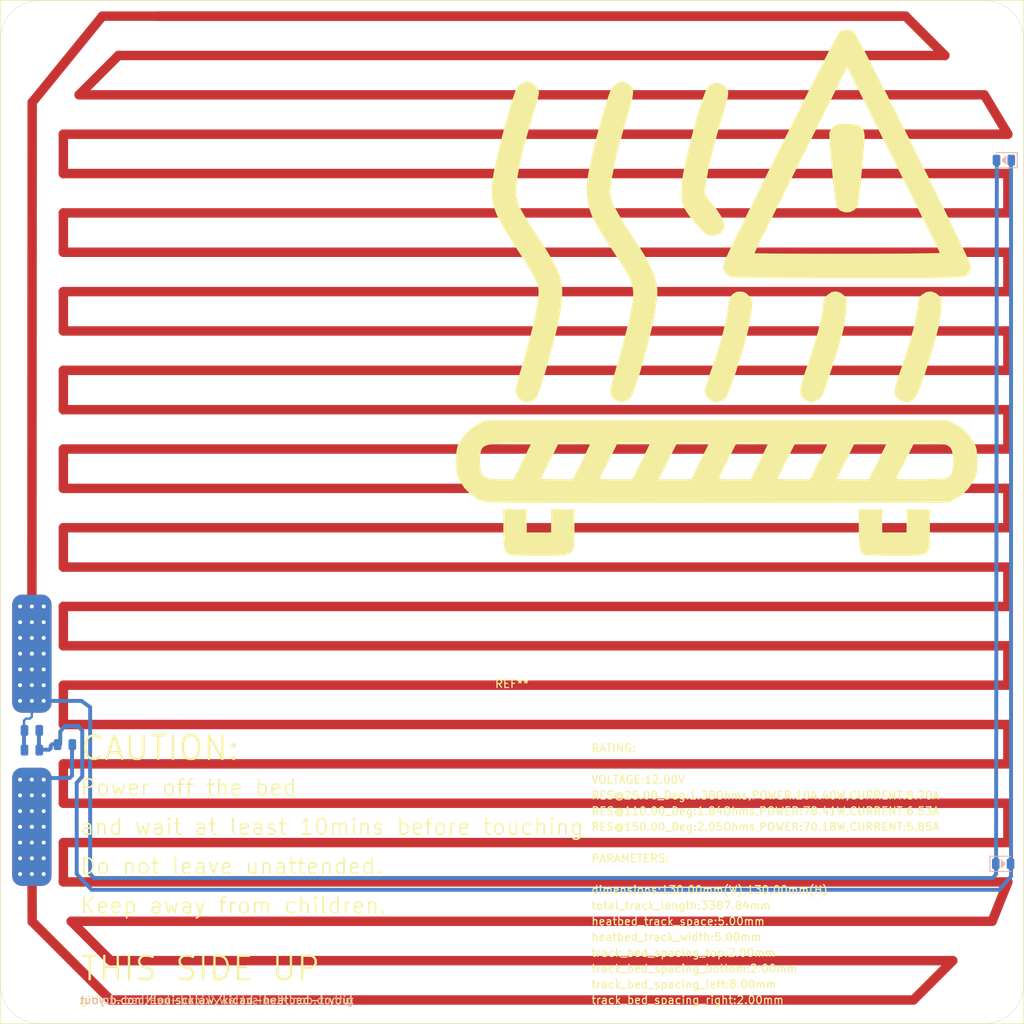
<source format=kicad_pcb>
(kicad_pcb (version 20171130) (host pcbnew 5.1.5-52549c5~86~ubuntu18.04.1)

  (general
    (thickness 1.6)
    (drawings 8)
    (tracks 0)
    (zones 0)
    (modules 2)
    (nets 1)
  )

  (page A4)
  (layers
    (0 F.Cu signal)
    (31 B.Cu signal)
    (32 B.Adhes user)
    (33 F.Adhes user)
    (34 B.Paste user)
    (35 F.Paste user)
    (36 B.SilkS user)
    (37 F.SilkS user)
    (38 B.Mask user)
    (39 F.Mask user)
    (40 Dwgs.User user)
    (41 Cmts.User user)
    (42 Eco1.User user)
    (43 Eco2.User user)
    (44 Edge.Cuts user)
    (45 Margin user)
    (46 B.CrtYd user)
    (47 F.CrtYd user)
    (48 B.Fab user)
    (49 F.Fab user)
  )

  (setup
    (last_trace_width 0.25)
    (trace_clearance 0.2)
    (zone_clearance 0.508)
    (zone_45_only no)
    (trace_min 0.2)
    (via_size 0.8)
    (via_drill 0.4)
    (via_min_size 0.4)
    (via_min_drill 0.3)
    (uvia_size 0.3)
    (uvia_drill 0.1)
    (uvias_allowed no)
    (uvia_min_size 0.2)
    (uvia_min_drill 0.1)
    (edge_width 0.05)
    (segment_width 0.2)
    (pcb_text_width 0.3)
    (pcb_text_size 1.5 1.5)
    (mod_edge_width 0.12)
    (mod_text_size 1 1)
    (mod_text_width 0.15)
    (pad_size 1.524 1.524)
    (pad_drill 0.762)
    (pad_to_mask_clearance 0.051)
    (solder_mask_min_width 0.25)
    (aux_axis_origin 0 0)
    (visible_elements FFFFFF7F)
    (pcbplotparams
      (layerselection 0x010fc_ffffffff)
      (usegerberextensions false)
      (usegerberattributes false)
      (usegerberadvancedattributes false)
      (creategerberjobfile false)
      (excludeedgelayer true)
      (linewidth 1.000000)
      (plotframeref false)
      (viasonmask false)
      (mode 1)
      (useauxorigin false)
      (hpglpennumber 1)
      (hpglpenspeed 20)
      (hpglpendiameter 15.000000)
      (psnegative false)
      (psa4output false)
      (plotreference true)
      (plotvalue true)
      (plotinvisibletext false)
      (padsonsilk false)
      (subtractmaskfromsilk false)
      (outputformat 1)
      (mirror false)
      (drillshape 1)
      (scaleselection 1)
      (outputdirectory ""))
  )

  (net 0 "")

  (net_class Default "This is the default net class."
    (clearance 0.2)
    (trace_width 0.25)
    (via_dia 0.8)
    (via_drill 0.4)
    (uvia_dia 0.3)
    (uvia_drill 0.1)
  )

  (module footprint-lib:130_130_heatbed-route (layer F.Cu) (tedit 5EB4FE57) (tstamp 5EBCDDC2)
    (at 81 81)
    (fp_text reference REF** (at 0 21.844) (layer F.SilkS)
      (effects (font (size 1 1) (thickness 0.15)))
    )
    (fp_text value 130_130_heatbed-route (at 0 19.304) (layer F.Fab)
      (effects (font (size 1 1) (thickness 0.15)))
    )
    (fp_text user github.com/louiscklaw/kicad-heatbed-tryout (at -55 62) (layer F.SilkS)
      (effects (font (size 1 1) (thickness 0.15)) (justify left))
    )
    (fp_text user github.com/louiscklaw/kicad-heatbed-tryout (at -55 62) (layer B.SilkS)
      (effects (font (size 1 1) (thickness 0.15)) (justify right mirror))
    )
    (fp_text user "Keep away from children." (at -55 50) (layer F.SilkS)
      (effects (font (size 2 2) (thickness 0.2)) (justify left))
    )
    (fp_text user "Do not leave unattended." (at -55 45) (layer F.SilkS)
      (effects (font (size 2 2) (thickness 0.2)) (justify left))
    )
    (fp_text user "and wait at least 10mins before touching" (at -55 40) (layer F.SilkS)
      (effects (font (size 2 2) (thickness 0.2)) (justify left))
    )
    (fp_text user "Power off the bed" (at -55 35) (layer F.SilkS)
      (effects (font (size 2 2) (thickness 0.2)) (justify left))
    )
    (fp_text user CAUTION: (at -55 30) (layer F.SilkS)
      (effects (font (size 3 3) (thickness 0.3)) (justify left))
    )
    (fp_line (start -53.4 48) (end -55.3 46) (layer B.Cu) (width 0.5))
    (fp_line (start 61.9 48) (end -53.4 48) (layer B.Cu) (width 0.5))
    (fp_line (start 63.4 46.3) (end 61.9 48) (layer B.Cu) (width 0.5))
    (fp_line (start 63.4 44.7) (end 63.4 46.3) (layer B.Cu) (width 0.5))
    (fp_line (start -57.4 27.9) (end -57.4 29.5) (layer B.Cu) (width 0.5))
    (fp_line (start -56.8 27.2) (end -57.4 27.9) (layer B.Cu) (width 0.5))
    (fp_line (start -55.1 27.2) (end -56.8 27.2) (layer B.Cu) (width 0.5))
    (fp_line (start -54.6 27.8) (end -55.1 27.2) (layer B.Cu) (width 0.5))
    (fp_line (start -54.6 33.6) (end -54.6 27.8) (layer B.Cu) (width 0.5))
    (fp_line (start -55.3 34.4) (end -54.6 33.6) (layer B.Cu) (width 0.5))
    (fp_line (start -55.3 46) (end -55.3 34.4) (layer B.Cu) (width 0.5))
    (fp_line (start -54.7 24) (end -59.5 24) (layer B.Cu) (width 0.5))
    (fp_line (start -53.6 24.8) (end -54.7 24) (layer B.Cu) (width 0.5))
    (fp_line (start -53.6 46) (end -53.6 24.8) (layer B.Cu) (width 0.5))
    (fp_line (start -53.1 46.5) (end -53.6 46) (layer B.Cu) (width 0.5))
    (fp_line (start 61.1 46.5) (end -53.1 46.5) (layer B.Cu) (width 0.5))
    (fp_line (start 61.5 46) (end 61.1 46.5) (layer B.Cu) (width 0.5))
    (fp_line (start 61.5 44.7) (end 61.5 46) (layer B.Cu) (width 0.5))
    (fp_line (start 63.4 44.7) (end 63.4 -44.7) (layer B.Cu) (width 0.5))
    (fp_line (start 61.5 44.7) (end 61.6 -44.7) (layer B.Cu) (width 0.5))
    (fp_line (start 62.4 44.7) (end 62.3 44.6) (layer B.SilkS) (width 0.12))
    (fp_line (start 62.3 44.8) (end 62.4 44.7) (layer B.SilkS) (width 0.12))
    (fp_line (start 62.3 44.4) (end 62.3 44.8) (layer B.SilkS) (width 0.12))
    (fp_line (start 62.5 44.7) (end 62.3 44.4) (layer B.SilkS) (width 0.12))
    (fp_line (start 62.2 45) (end 62.5 44.7) (layer B.SilkS) (width 0.12))
    (fp_line (start 62.2 44.4) (end 62.2 45) (layer B.SilkS) (width 0.12))
    (fp_line (start 62.15 44.2) (end 62.2 44.4) (layer B.SilkS) (width 0.12))
    (fp_line (start 62.65 44.7) (end 62.15 44.2) (layer B.SilkS) (width 0.12))
    (fp_line (start 62.15 45.2) (end 62.65 44.7) (layer B.SilkS) (width 0.12))
    (fp_line (start 62.15 44.2) (end 62.15 45.2) (layer B.SilkS) (width 0.12))
    (fp_line (start 60.715 43.74) (end 60.715 45.66) (layer B.SilkS) (width 0.12))
    (fp_line (start 63.4 44.1) (end 61.7 44.1) (layer B.Fab) (width 0.1))
    (fp_line (start 61.7 44.1) (end 61.4 44.4) (layer B.Fab) (width 0.1))
    (fp_line (start 63.4 45.3) (end 63.4 44.1) (layer B.Fab) (width 0.1))
    (fp_line (start 61.4 45.3) (end 63.4 45.3) (layer B.Fab) (width 0.1))
    (fp_line (start 64.08 45.65) (end 60.72 45.65) (layer F.CrtYd) (width 0.05))
    (fp_line (start 64.08 43.75) (end 64.08 45.65) (layer F.CrtYd) (width 0.05))
    (fp_line (start 61.4 44.4) (end 61.4 45.3) (layer B.Fab) (width 0.1))
    (fp_line (start 60.715 45.66) (end 63.4 45.66) (layer B.SilkS) (width 0.12))
    (fp_text user %R (at 62.4 44.7) (layer B.Fab)
      (effects (font (size 0.5 0.5) (thickness 0.08)))
    )
    (fp_line (start 60.72 43.75) (end 64.08 43.75) (layer F.CrtYd) (width 0.05))
    (fp_line (start 60.72 45.65) (end 60.72 43.75) (layer F.CrtYd) (width 0.05))
    (fp_line (start 63.4 43.74) (end 60.715 43.74) (layer B.SilkS) (width 0.12))
    (fp_line (start 61.5 -43.74) (end 64.185 -43.74) (layer B.SilkS) (width 0.12))
    (fp_line (start 64.18 -45.65) (end 64.18 -43.75) (layer F.CrtYd) (width 0.05))
    (fp_line (start 64.18 -43.75) (end 60.82 -43.75) (layer F.CrtYd) (width 0.05))
    (fp_line (start 62.5 -44.7) (end 62.6 -44.6) (layer B.SilkS) (width 0.12))
    (fp_line (start 64.185 -45.66) (end 61.5 -45.66) (layer B.SilkS) (width 0.12))
    (fp_line (start 63.5 -44.4) (end 63.5 -45.3) (layer B.Fab) (width 0.1))
    (fp_line (start 60.82 -43.75) (end 60.82 -45.65) (layer F.CrtYd) (width 0.05))
    (fp_line (start 60.82 -45.65) (end 64.18 -45.65) (layer F.CrtYd) (width 0.05))
    (fp_line (start 63.5 -45.3) (end 61.5 -45.3) (layer B.Fab) (width 0.1))
    (fp_line (start 61.5 -45.3) (end 61.5 -44.1) (layer B.Fab) (width 0.1))
    (fp_line (start 63.2 -44.1) (end 63.5 -44.4) (layer B.Fab) (width 0.1))
    (fp_line (start 61.5 -44.1) (end 63.2 -44.1) (layer B.Fab) (width 0.1))
    (fp_line (start 64.185 -43.74) (end 64.185 -45.66) (layer B.SilkS) (width 0.12))
    (fp_line (start 62.75 -44.2) (end 62.75 -45.2) (layer B.SilkS) (width 0.12))
    (fp_line (start 62.75 -45.2) (end 62.25 -44.7) (layer B.SilkS) (width 0.12))
    (fp_line (start 62.25 -44.7) (end 62.75 -44.2) (layer B.SilkS) (width 0.12))
    (fp_line (start 62.75 -44.2) (end 62.7 -44.4) (layer B.SilkS) (width 0.12))
    (fp_line (start 62.7 -44.4) (end 62.7 -45) (layer B.SilkS) (width 0.12))
    (fp_line (start 62.7 -45) (end 62.4 -44.7) (layer B.SilkS) (width 0.12))
    (fp_line (start 62.4 -44.7) (end 62.6 -44.4) (layer B.SilkS) (width 0.12))
    (fp_line (start 62.6 -44.4) (end 62.6 -44.8) (layer B.SilkS) (width 0.12))
    (fp_line (start 62.6 -44.8) (end 62.5 -44.7) (layer B.SilkS) (width 0.12))
    (fp_text user %R (at 62.5 -44.7 180) (layer B.Fab)
      (effects (font (size 0.5 0.5) (thickness 0.08)))
    )
    (fp_line (start -56.2 33.8) (end -59.5 33.8) (layer B.Cu) (width 0.5))
    (fp_line (start -55.9 33.5) (end -56.2 33.8) (layer B.Cu) (width 0.5))
    (fp_line (start -55.9 29.5) (end -55.9 33.5) (layer B.Cu) (width 0.5))
    (fp_line (start -58.4 29.5) (end -57.8 29.5) (layer B.Cu) (width 0.5))
    (fp_line (start -58.6 29.7) (end -58.4 29.5) (layer B.Cu) (width 0.5))
    (fp_line (start -58.6 30) (end -58.6 29.7) (layer B.Cu) (width 0.5))
    (fp_line (start -58.8 30.2) (end -58.6 30) (layer B.Cu) (width 0.5))
    (fp_line (start -60.1 30.2) (end -58.8 30.2) (layer B.Cu) (width 0.5))
    (fp_line (start -60.1 27.7) (end -60.1 30.2) (layer B.Cu) (width 0.5))
    (fp_line (start -62 27.7) (end -62 30.3) (layer B.Cu) (width 0.5))
    (fp_line (start -61 26) (end -61 25) (layer B.Cu) (width 0.3))
    (fp_line (start -61.25 26.25) (end -61 26) (layer B.Cu) (width 0.3))
    (fp_line (start -61.75 26.25) (end -61.25 26.25) (layer B.Cu) (width 0.3))
    (fp_line (start -62 26.5) (end -61.75 26.25) (layer B.Cu) (width 0.3))
    (fp_line (start -62 27.75) (end -62 26.5) (layer B.Cu) (width 0.3))
    (fp_text user "THIS SIDE UP" (at -55 58) (layer F.SilkS)
      (effects (font (size 3 3) (thickness 0.3)) (justify left))
    )
    (fp_line (start -57 63) (end 63 63) (layer Dwgs.User) (width 1))
    (fp_line (start 63 -63) (end 63 63) (layer Dwgs.User) (width 1))
    (fp_line (start -57 -63) (end -57 63) (layer Dwgs.User) (width 1))
    (fp_line (start -57 -63) (end 63 -63) (layer Dwgs.User) (width 1))
    (fp_text user track_bed_spacing_right:2.00mm (at 10 62) (layer F.SilkS)
      (effects (font (size 1 1) (thickness 0.15)) (justify left))
    )
    (fp_text user track_bed_spacing_left:8.00mm (at 10 60) (layer F.SilkS)
      (effects (font (size 1 1) (thickness 0.15)) (justify left))
    )
    (fp_text user track_bed_spacing_bottom:2.00mm (at 10 58) (layer F.SilkS)
      (effects (font (size 1 1) (thickness 0.15)) (justify left))
    )
    (fp_text user track_bed_spacing_top:2.00mm (at 10 56) (layer F.SilkS)
      (effects (font (size 1 1) (thickness 0.15)) (justify left))
    )
    (fp_text user heatbed_track_width:5.00mm (at 10 54) (layer F.SilkS)
      (effects (font (size 1 1) (thickness 0.15)) (justify left))
    )
    (fp_text user heatbed_track_space:5.00mm (at 10 52) (layer F.SilkS)
      (effects (font (size 1 1) (thickness 0.15)) (justify left))
    )
    (fp_text user total_track_length:3387.84mm (at 10 50) (layer F.SilkS)
      (effects (font (size 1 1) (thickness 0.15)) (justify left))
    )
    (fp_text user "dimensions:130.00mm(W),130.00mm(H)" (at 10 48) (layer F.SilkS)
      (effects (font (size 1 1) (thickness 0.15)) (justify left))
    )
    (fp_text user "" (at 10 46) (layer F.SilkS)
      (effects (font (size 1 1) (thickness 0.15)) (justify left))
    )
    (fp_text user PARAMETERS: (at 10 44) (layer F.SilkS)
      (effects (font (size 1 1) (thickness 0.15)) (justify left))
    )
    (fp_text user "" (at 10 42) (layer F.SilkS)
      (effects (font (size 1 1) (thickness 0.15)) (justify left))
    )
    (fp_text user RES@150.00_Deg:2.05Ohms,POWER:70.18W,CURRENT:5.85A (at 10 40) (layer F.SilkS)
      (effects (font (size 1 1) (thickness 0.15)) (justify left))
    )
    (fp_text user RES@110.00_Deg:1.84Ohms,POWER:78.41W,CURRENT:6.53A (at 10 38) (layer F.SilkS)
      (effects (font (size 1 1) (thickness 0.15)) (justify left))
    )
    (fp_text user RES@25.00_Deg:1.38Ohms,POWER:104.40W,CURRENT:8.70A (at 10 36) (layer F.SilkS)
      (effects (font (size 1 1) (thickness 0.15)) (justify left))
    )
    (fp_text user VOLTAGE:12.00V (at 10 34) (layer F.SilkS)
      (effects (font (size 1 1) (thickness 0.15)) (justify left))
    )
    (fp_text user "" (at 10 32) (layer F.SilkS)
      (effects (font (size 1 1) (thickness 0.15)) (justify left))
    )
    (fp_text user RATING: (at 10 30) (layer F.SilkS)
      (effects (font (size 1 1) (thickness 0.15)) (justify left))
    )
    (fp_circle (center 60 60) (end 58 60) (layer B.Mask) (width 2))
    (fp_circle (center 60 60) (end 58 60) (layer F.Mask) (width 2))
    (fp_circle (center -60 60) (end -62 60) (layer B.Mask) (width 2))
    (fp_circle (center -60 60) (end -62 60) (layer F.Mask) (width 2))
    (fp_circle (center 60 -60) (end 58 -60) (layer B.Mask) (width 2))
    (fp_circle (center 60 -60) (end 58 -60) (layer F.Mask) (width 2))
    (fp_circle (center -60 -60) (end -62 -60) (layer B.Mask) (width 2))
    (fp_circle (center -60 -60) (end -62 -60) (layer F.Mask) (width 2))
    (fp_line (start -65 65) (end -65 -65) (layer F.SilkS) (width 0.1))
    (fp_line (start 65 65) (end -65 65) (layer F.SilkS) (width 0.1))
    (fp_line (start 65 -65) (end 65 65) (layer F.SilkS) (width 0.1))
    (fp_line (start -65 -65) (end 65 -65) (layer F.SilkS) (width 0.1))
    (fp_line (start -60.96 52.04) (end -61 40) (layer F.Cu) (width 1.2))
    (fp_line (start -51 62) (end -60.96 52.04) (layer F.Cu) (width 1.2))
    (fp_line (start -46 62) (end -51 62) (layer F.Cu) (width 1.2))
    (fp_line (start -46 62) (end 51 62) (layer F.Cu) (width 1.2))
    (fp_line (start -51 57) (end 56 57) (layer F.Cu) (width 1.2))
    (fp_line (start -56 52) (end 61 52) (layer F.Cu) (width 1.2))
    (fp_line (start -57 47) (end 63 47) (layer F.Cu) (width 1.2))
    (fp_line (start -57 42) (end 63 42) (layer F.Cu) (width 1.2))
    (fp_line (start -57 37) (end 63 37) (layer F.Cu) (width 1.2))
    (fp_line (start -57 32) (end 63 32) (layer F.Cu) (width 1.2))
    (fp_line (start -57 27) (end 63 27) (layer F.Cu) (width 1.2))
    (fp_line (start -57 22) (end 63 22) (layer F.Cu) (width 1.2))
    (fp_line (start -57 17) (end 63 17) (layer F.Cu) (width 1.2))
    (fp_line (start -57 12) (end 63 12) (layer F.Cu) (width 1.2))
    (fp_line (start -57 7) (end 63 7) (layer F.Cu) (width 1.2))
    (fp_line (start -57 2) (end 63 2) (layer F.Cu) (width 1.2))
    (fp_line (start -57 -3) (end 63 -3) (layer F.Cu) (width 1.2))
    (fp_line (start -57 -8) (end 63 -8) (layer F.Cu) (width 1.2))
    (fp_line (start -57 -13) (end 63 -13) (layer F.Cu) (width 1.2))
    (fp_line (start -57 -18) (end 63 -18) (layer F.Cu) (width 1.2))
    (fp_line (start -57 -23) (end 63 -23) (layer F.Cu) (width 1.2))
    (fp_line (start -57 -28) (end 63 -28) (layer F.Cu) (width 1.2))
    (fp_line (start -57 -33) (end 63 -33) (layer F.Cu) (width 1.2))
    (fp_line (start -57 -38) (end 63 -38) (layer F.Cu) (width 1.2))
    (fp_line (start -57 -43) (end 63 -43) (layer F.Cu) (width 1.2))
    (fp_line (start -57 -48) (end 63 -48) (layer F.Cu) (width 1.2))
    (fp_line (start -55 -53) (end 60 -53) (layer F.Cu) (width 1.2))
    (fp_line (start -50 -58) (end 55 -58) (layer F.Cu) (width 1.2))
    (fp_line (start -45 -63) (end 50 -63) (layer F.Cu) (width 1.2))
    (fp_line (start 56 57) (end 51 62) (layer F.Cu) (width 1.2))
    (fp_line (start -56 52) (end -51 57) (layer F.Cu) (width 1.2))
    (fp_line (start 63 47) (end 61 52) (layer F.Cu) (width 1.2))
    (fp_line (start -57 42) (end -57 47) (layer F.Cu) (width 1.2))
    (fp_line (start 63 37) (end 63 42) (layer F.Cu) (width 1.2))
    (fp_line (start -57 32) (end -57 37) (layer F.Cu) (width 1.2))
    (fp_line (start 63 27) (end 63 32) (layer F.Cu) (width 1.2))
    (fp_line (start -57 22) (end -57 27) (layer F.Cu) (width 1.2))
    (fp_line (start 63 17) (end 63 22) (layer F.Cu) (width 1.2))
    (fp_line (start -57 12) (end -57 17) (layer F.Cu) (width 1.2))
    (fp_line (start 63 7) (end 63 12) (layer F.Cu) (width 1.2))
    (fp_line (start -57 2) (end -57 7) (layer F.Cu) (width 1.2))
    (fp_line (start 63 -3) (end 63 2) (layer F.Cu) (width 1.2))
    (fp_line (start -57 -8) (end -57 -3) (layer F.Cu) (width 1.2))
    (fp_line (start 63 -13) (end 63 -8) (layer F.Cu) (width 1.2))
    (fp_line (start -57 -18) (end -57 -13) (layer F.Cu) (width 1.2))
    (fp_line (start 63 -23) (end 63 -18) (layer F.Cu) (width 1.2))
    (fp_line (start -57 -28) (end -57 -23) (layer F.Cu) (width 1.2))
    (fp_line (start 63 -33) (end 63 -28) (layer F.Cu) (width 1.2))
    (fp_line (start -57 -38) (end -57 -33) (layer F.Cu) (width 1.2))
    (fp_line (start 63 -43) (end 63 -38) (layer F.Cu) (width 1.2))
    (fp_line (start -57 -48) (end -57 -43) (layer F.Cu) (width 1.2))
    (fp_line (start 60 -53) (end 63 -48) (layer F.Cu) (width 1.2))
    (fp_line (start -50 -58) (end -55 -53) (layer F.Cu) (width 1.2))
    (fp_line (start 50 -63) (end 55 -58) (layer F.Cu) (width 1.2))
    (fp_line (start -52.04 -63) (end 50 -63) (layer F.Cu) (width 1.2))
    (fp_line (start -60.96 -52.04) (end -52.04 -63) (layer F.Cu) (width 1.2))
    (fp_line (start -61 18) (end -60.96 -52.04) (layer F.Cu) (width 1.2))
    (pad 1 smd roundrect (at 63.43 -44.7 180) (size 0.975 1.4) (layers B.Cu B.Paste B.Mask) (roundrect_rratio 0.25))
    (pad 2 smd roundrect (at 61.555 -44.7 180) (size 0.975 1.4) (layers B.Cu B.Paste B.Mask) (roundrect_rratio 0.25))
    (pad 2 smd roundrect (at 63.3375 44.7) (size 0.975 1.4) (layers B.Cu B.Paste B.Mask) (roundrect_rratio 0.25))
    (pad 1 smd roundrect (at 61.4625 44.7) (size 0.975 1.4) (layers B.Cu B.Paste B.Mask) (roundrect_rratio 0.25))
    (pad R1 smd roundrect (at -60.0625 30.25 180) (size 0.975 1.4) (layers B.Cu B.Mask) (roundrect_rratio 0.25))
    (pad 1 smd roundrect (at -61.9375 30.25 180) (size 0.975 1.4) (layers B.Cu B.Mask) (roundrect_rratio 0.25))
    (pad 2 smd roundrect (at -55.8625 29.55 180) (size 0.975 1.4) (layers B.Cu B.Mask) (roundrect_rratio 0.25))
    (pad R1 smd roundrect (at -57.7375 29.55 180) (size 0.975 1.4) (layers B.Cu B.Mask) (roundrect_rratio 0.25))
    (pad R1 smd roundrect (at -60.0625 27.75) (size 0.975 1.4) (layers B.Cu B.Mask) (roundrect_rratio 0.25))
    (pad 1 smd roundrect (at -61.9375 27.75) (size 0.975 1.4) (layers B.Cu B.Mask) (roundrect_rratio 0.25))
    (pad 2 thru_hole circle (at -59.5 46) (size 1.5 1.5) (drill 0.5) (layers *.Cu B.Paste B.Mask))
    (pad 2 thru_hole circle (at -59.5 44) (size 1.5 1.5) (drill 0.5) (layers *.Cu B.Paste B.Mask))
    (pad 2 thru_hole circle (at -59.5 42) (size 1.5 1.5) (drill 0.5) (layers *.Cu B.Paste B.Mask))
    (pad 2 thru_hole circle (at -59.5 40) (size 1.5 1.5) (drill 0.5) (layers *.Cu B.Paste B.Mask))
    (pad 2 thru_hole circle (at -59.5 38) (size 1.5 1.5) (drill 0.5) (layers *.Cu B.Paste B.Mask))
    (pad 2 thru_hole circle (at -59.5 36) (size 1.5 1.5) (drill 0.5) (layers *.Cu B.Paste B.Mask))
    (pad 2 thru_hole circle (at -59.5 34) (size 1.5 1.5) (drill 0.5) (layers *.Cu B.Paste B.Mask))
    (pad 2 thru_hole circle (at -61 46) (size 1.5 1.5) (drill 0.5) (layers *.Cu B.Paste B.Mask))
    (pad 2 thru_hole circle (at -61 44) (size 1.5 1.5) (drill 0.5) (layers *.Cu B.Paste B.Mask))
    (pad 2 thru_hole circle (at -61 42) (size 1.5 1.5) (drill 0.5) (layers *.Cu B.Paste B.Mask))
    (pad 2 thru_hole circle (at -61 40) (size 1.5 1.5) (drill 0.5) (layers *.Cu B.Paste B.Mask))
    (pad 2 thru_hole circle (at -61 38) (size 1.5 1.5) (drill 0.5) (layers *.Cu B.Paste B.Mask))
    (pad 2 thru_hole circle (at -61 36) (size 1.5 1.5) (drill 0.5) (layers *.Cu B.Paste B.Mask))
    (pad 2 thru_hole circle (at -61 34) (size 1.5 1.5) (drill 0.5) (layers *.Cu B.Paste B.Mask))
    (pad 2 thru_hole circle (at -62.5 46) (size 1.5 1.5) (drill 0.5) (layers *.Cu B.Paste B.Mask))
    (pad 2 thru_hole circle (at -62.5 44) (size 1.5 1.5) (drill 0.5) (layers *.Cu B.Paste B.Mask))
    (pad 2 thru_hole circle (at -62.5 42) (size 1.5 1.5) (drill 0.5) (layers *.Cu B.Paste B.Mask))
    (pad 2 thru_hole circle (at -62.5 40) (size 1.5 1.5) (drill 0.5) (layers *.Cu B.Paste B.Mask))
    (pad 2 thru_hole circle (at -62.5 38) (size 1.5 1.5) (drill 0.5) (layers *.Cu B.Paste B.Mask))
    (pad 2 thru_hole circle (at -62.5 36) (size 1.5 1.5) (drill 0.5) (layers *.Cu B.Paste B.Mask))
    (pad 2 thru_hole circle (at -62.5 34) (size 1.5 1.5) (drill 0.5) (layers *.Cu B.Paste B.Mask))
    (pad 2 thru_hole roundrect (at -61 40) (size 5 15) (drill 0.5) (layers *.Cu B.Paste B.Mask) (roundrect_rratio 0.25))
    (pad 1 thru_hole circle (at -59.5 24) (size 1.5 1.5) (drill 0.5) (layers *.Cu B.Paste B.Mask))
    (pad 1 thru_hole circle (at -59.5 22) (size 1.5 1.5) (drill 0.5) (layers *.Cu B.Paste B.Mask))
    (pad 1 thru_hole circle (at -59.5 20) (size 1.5 1.5) (drill 0.5) (layers *.Cu B.Paste B.Mask))
    (pad 1 thru_hole circle (at -59.5 18) (size 1.5 1.5) (drill 0.5) (layers *.Cu B.Paste B.Mask))
    (pad 1 thru_hole circle (at -59.5 16) (size 1.5 1.5) (drill 0.5) (layers *.Cu B.Paste B.Mask))
    (pad 1 thru_hole circle (at -59.5 14) (size 1.5 1.5) (drill 0.5) (layers *.Cu B.Paste B.Mask))
    (pad 1 thru_hole circle (at -59.5 12) (size 1.5 1.5) (drill 0.5) (layers *.Cu B.Paste B.Mask))
    (pad 1 thru_hole circle (at -61 24) (size 1.5 1.5) (drill 0.5) (layers *.Cu B.Paste B.Mask))
    (pad 1 thru_hole circle (at -61 22) (size 1.5 1.5) (drill 0.5) (layers *.Cu B.Paste B.Mask))
    (pad 1 thru_hole circle (at -61 20) (size 1.5 1.5) (drill 0.5) (layers *.Cu B.Paste B.Mask))
    (pad 1 thru_hole circle (at -61 18) (size 1.5 1.5) (drill 0.5) (layers *.Cu B.Paste B.Mask))
    (pad 1 thru_hole circle (at -61 16) (size 1.5 1.5) (drill 0.5) (layers *.Cu B.Paste B.Mask))
    (pad 1 thru_hole circle (at -61 14) (size 1.5 1.5) (drill 0.5) (layers *.Cu B.Paste B.Mask))
    (pad 1 thru_hole circle (at -61 12) (size 1.5 1.5) (drill 0.5) (layers *.Cu B.Paste B.Mask))
    (pad 1 thru_hole circle (at -62.5 24) (size 1.5 1.5) (drill 0.5) (layers *.Cu B.Paste B.Mask))
    (pad 1 thru_hole circle (at -62.5 22) (size 1.5 1.5) (drill 0.5) (layers *.Cu B.Paste B.Mask))
    (pad 1 thru_hole circle (at -62.5 20) (size 1.5 1.5) (drill 0.5) (layers *.Cu B.Paste B.Mask))
    (pad 1 thru_hole circle (at -62.5 18) (size 1.5 1.5) (drill 0.5) (layers *.Cu B.Paste B.Mask))
    (pad 1 thru_hole circle (at -62.5 16) (size 1.5 1.5) (drill 0.5) (layers *.Cu B.Paste B.Mask))
    (pad 1 thru_hole circle (at -62.5 14) (size 1.5 1.5) (drill 0.5) (layers *.Cu B.Paste B.Mask))
    (pad 1 thru_hole circle (at -62.5 12) (size 1.5 1.5) (drill 0.5) (layers *.Cu B.Paste B.Mask))
    (pad 1 thru_hole roundrect (at -61 18) (size 5 15) (drill 0.5) (layers *.Cu B.Paste B.Mask) (roundrect_rratio 0.25))
    (pad "" np_thru_hole circle (at 60 60) (size 3 3) (drill 3) (layers *.Cu *.Mask))
    (pad "" np_thru_hole circle (at -60 60) (size 3 3) (drill 3) (layers *.Cu *.Mask))
    (pad "" np_thru_hole circle (at 60 -60) (size 3 3) (drill 3) (layers *.Cu *.Mask))
    (pad "" np_thru_hole circle (at -60 -60) (size 3 3) (drill 3) (layers *.Cu *.Mask))
  )

  (module heatbed:hot_surcace_icon (layer F.Cu) (tedit 0) (tstamp 5EBC6944)
    (at 107 52)
    (fp_text reference G*** (at 0 0) (layer F.SilkS) hide
      (effects (font (size 1.524 1.524) (thickness 0.3)))
    )
    (fp_text value LOGO (at 0.75 0) (layer F.SilkS) hide
      (effects (font (size 1.524 1.524) (thickness 0.3)))
    )
    (fp_poly (pts (xy 17.349453 -20.275019) (xy 18.000545 -20.127049) (xy 18.439077 -19.856551) (xy 18.693567 -19.443984)
      (xy 18.792539 -18.869809) (xy 18.796285 -18.71753) (xy 18.783513 -18.345453) (xy 18.745809 -17.765769)
      (xy 18.687418 -17.021082) (xy 18.612589 -16.153998) (xy 18.525568 -15.207121) (xy 18.430601 -14.223057)
      (xy 18.331935 -13.24441) (xy 18.233818 -12.313785) (xy 18.140496 -11.473788) (xy 18.056215 -10.767022)
      (xy 17.985223 -10.236093) (xy 17.931765 -9.923607) (xy 17.913794 -9.864106) (xy 17.513229 -9.388892)
      (xy 16.970224 -9.116066) (xy 16.358685 -9.066789) (xy 15.772714 -9.251075) (xy 15.438269 -9.501398)
      (xy 15.227729 -9.759596) (xy 15.173113 -9.976945) (xy 15.101466 -10.43357) (xy 15.016771 -11.087308)
      (xy 14.923012 -11.895997) (xy 14.824175 -12.817474) (xy 14.724244 -13.809576) (xy 14.627202 -14.830141)
      (xy 14.537033 -15.837006) (xy 14.457723 -16.788008) (xy 14.393256 -17.640985) (xy 14.347615 -18.353774)
      (xy 14.324785 -18.884213) (xy 14.328751 -19.190138) (xy 14.333499 -19.222574) (xy 14.494863 -19.568657)
      (xy 14.785935 -19.917383) (xy 14.837868 -19.963408) (xy 15.077561 -20.140815) (xy 15.330049 -20.247557)
      (xy 15.674694 -20.30111) (xy 16.190858 -20.318949) (xy 16.457279 -20.32) (xy 17.349453 -20.275019)) (layer F.SilkS) (width 0.01))
    (fp_poly (pts (xy 0.731761 -25.350177) (xy 0.966577 -25.184519) (xy 1.21552 -24.947564) (xy 1.379862 -24.698242)
      (xy 1.458331 -24.394743) (xy 1.449655 -23.995256) (xy 1.35256 -23.45797) (xy 1.165774 -22.741076)
      (xy 0.888024 -21.802763) (xy 0.860936 -21.713932) (xy 0.240395 -19.621945) (xy -0.286659 -17.718465)
      (xy -0.717658 -16.015154) (xy -1.050033 -14.523674) (xy -1.281215 -13.255686) (xy -1.408635 -12.222853)
      (xy -1.429724 -11.436837) (xy -1.42365 -11.34211) (xy -1.333339 -11.165818) (xy -1.104163 -10.836282)
      (xy -0.779993 -10.415334) (xy -0.668236 -10.277368) (xy 0.049953 -9.357376) (xy 0.559056 -8.593028)
      (xy 0.865919 -7.958245) (xy 0.977391 -7.426952) (xy 0.900319 -6.973072) (xy 0.641552 -6.570529)
      (xy 0.37154 -6.31786) (xy -0.041307 -6.129909) (xy -0.566375 -6.074869) (xy -1.075384 -6.152968)
      (xy -1.388701 -6.314722) (xy -1.862685 -6.760435) (xy -2.394698 -7.330182) (xy -2.937416 -7.965228)
      (xy -3.443511 -8.60684) (xy -3.865658 -9.196287) (xy -4.156531 -9.674833) (xy -4.235585 -9.847794)
      (xy -4.407468 -10.471778) (xy -4.490931 -11.211714) (xy -4.483431 -12.09046) (xy -4.382422 -13.130877)
      (xy -4.185358 -14.355823) (xy -3.889695 -15.788157) (xy -3.492887 -17.45074) (xy -3.30879 -18.171804)
      (xy -2.845417 -19.921057) (xy -2.431252 -21.402976) (xy -2.062974 -22.627519) (xy -1.737261 -23.604643)
      (xy -1.450794 -24.344305) (xy -1.200249 -24.856462) (xy -0.982306 -25.151071) (xy -0.980169 -25.153056)
      (xy -0.441842 -25.477562) (xy 0.149627 -25.543605) (xy 0.731761 -25.350177)) (layer F.SilkS) (width 0.01))
    (fp_poly (pts (xy 17.02562 -32.230229) (xy 17.41641 -32.015517) (xy 17.538975 -31.843088) (xy 17.775525 -31.436843)
      (xy 18.116315 -30.816272) (xy 18.551602 -30.000861) (xy 19.071642 -29.0101) (xy 19.66669 -27.863477)
      (xy 20.327003 -26.58048) (xy 21.042836 -25.180598) (xy 21.804445 -23.683319) (xy 22.602087 -22.108132)
      (xy 23.426018 -20.474524) (xy 24.266493 -18.801985) (xy 25.113768 -17.110002) (xy 25.9581 -15.418064)
      (xy 26.789744 -13.74566) (xy 27.598957 -12.112277) (xy 28.375994 -10.537405) (xy 29.111111 -9.040531)
      (xy 29.794565 -7.641144) (xy 30.416611 -6.358732) (xy 30.967506 -5.212784) (xy 31.437505 -4.222789)
      (xy 31.816864 -3.408233) (xy 32.09584 -2.788607) (xy 32.264687 -2.383397) (xy 32.314444 -2.218892)
      (xy 32.242885 -1.782113) (xy 32.084336 -1.427603) (xy 32.005338 -1.312928) (xy 31.927459 -1.211069)
      (xy 31.834419 -1.121291) (xy 31.70994 -1.042856) (xy 31.537742 -0.975028) (xy 31.301549 -0.917071)
      (xy 30.985081 -0.868248) (xy 30.572059 -0.827822) (xy 30.046205 -0.795058) (xy 29.391241 -0.769218)
      (xy 28.590889 -0.749567) (xy 27.628868 -0.735367) (xy 26.488902 -0.725883) (xy 25.154711 -0.720377)
      (xy 23.610017 -0.718114) (xy 21.838542 -0.718356) (xy 19.824006 -0.720367) (xy 17.550132 -0.723411)
      (xy 16.54981 -0.724772) (xy 14.555214 -0.728003) (xy 12.636988 -0.732204) (xy 10.81438 -0.737273)
      (xy 9.106637 -0.743109) (xy 7.533007 -0.749608) (xy 6.112738 -0.756669) (xy 4.865076 -0.76419)
      (xy 3.809271 -0.772068) (xy 2.964568 -0.780201) (xy 2.350216 -0.788488) (xy 1.985462 -0.796825)
      (xy 1.88916 -0.802595) (xy 1.450959 -1.016217) (xy 1.080699 -1.418326) (xy 0.850076 -1.915214)
      (xy 0.808537 -2.215028) (xy 0.831928 -2.347107) (xy 0.90587 -2.571299) (xy 1.036203 -2.899703)
      (xy 1.228763 -3.34442) (xy 1.472464 -3.880332) (xy 4.797778 -3.880332) (xy 4.935443 -3.86961)
      (xy 5.334656 -3.859385) (xy 5.974741 -3.849781) (xy 6.835025 -3.840923) (xy 7.894833 -3.832932)
      (xy 9.133489 -3.825932) (xy 10.530321 -3.820047) (xy 12.064653 -3.815401) (xy 13.71581 -3.812116)
      (xy 15.463118 -3.810316) (xy 16.580556 -3.81) (xy 18.37667 -3.811236) (xy 20.089236 -3.814822)
      (xy 21.697597 -3.82057) (xy 23.181095 -3.828296) (xy 24.519076 -3.837814) (xy 25.690882 -3.848938)
      (xy 26.675857 -3.861483) (xy 27.453346 -3.875263) (xy 28.00269 -3.890092) (xy 28.303235 -3.905785)
      (xy 28.355569 -3.915833) (xy 28.292613 -4.054598) (xy 28.111899 -4.427909) (xy 27.822228 -5.018059)
      (xy 27.432402 -5.807342) (xy 26.951222 -6.778049) (xy 26.387489 -7.912473) (xy 25.750005 -9.192907)
      (xy 25.04757 -10.601644) (xy 24.288986 -12.120975) (xy 23.483055 -13.733195) (xy 22.638577 -15.420594)
      (xy 22.463899 -15.769393) (xy 16.579994 -27.517118) (xy 10.688886 -15.733891) (xy 9.838081 -14.031399)
      (xy 9.024109 -12.401175) (xy 8.255728 -10.860841) (xy 7.541694 -9.428017) (xy 6.890766 -8.120325)
      (xy 6.311701 -6.955385) (xy 5.813256 -5.950819) (xy 5.40419 -5.124248) (xy 5.093259 -4.493293)
      (xy 4.889221 -4.075575) (xy 4.800833 -3.888715) (xy 4.797778 -3.880332) (xy 1.472464 -3.880332)
      (xy 1.489389 -3.917551) (xy 1.823917 -4.631194) (xy 2.238185 -5.49745) (xy 2.738031 -6.528419)
      (xy 3.329292 -7.736201) (xy 4.017805 -9.132896) (xy 4.809408 -10.730604) (xy 5.709939 -12.541426)
      (xy 6.725236 -14.57746) (xy 7.861134 -16.850807) (xy 8.094554 -17.317534) (xy 9.225208 -19.576892)
      (xy 10.237297 -21.596636) (xy 11.137699 -23.389964) (xy 11.93329 -24.970074) (xy 12.630948 -26.350163)
      (xy 13.237551 -27.54343) (xy 13.759975 -28.563071) (xy 14.205098 -29.422286) (xy 14.579797 -30.134271)
      (xy 14.890949 -30.712225) (xy 15.145431 -31.169345) (xy 15.350121 -31.518829) (xy 15.511896 -31.773874)
      (xy 15.637633 -31.947679) (xy 15.734209 -32.053442) (xy 15.796989 -32.098923) (xy 16.429073 -32.295426)
      (xy 17.02562 -32.230229)) (layer F.SilkS) (width 0.01))
    (fp_poly (pts (xy 27.829979 1.189365) (xy 28.114163 1.400744) (xy 28.345212 1.621087) (xy 28.480762 1.822439)
      (xy 28.544211 2.08576) (xy 28.558957 2.492014) (xy 28.55257 2.917688) (xy 28.464581 3.967972)
      (xy 28.238253 5.26102) (xy 27.873414 6.797578) (xy 27.369888 8.578391) (xy 26.850414 10.230556)
      (xy 26.437011 11.483052) (xy 26.090235 12.492461) (xy 25.795415 13.285957) (xy 25.537881 13.890712)
      (xy 25.302963 14.3339) (xy 25.075991 14.642693) (xy 24.842295 14.844265) (xy 24.587205 14.965788)
      (xy 24.296052 15.034436) (xy 24.253335 15.041112) (xy 23.693416 15.003119) (xy 23.327617 14.830964)
      (xy 23.014212 14.612375) (xy 22.790288 14.381374) (xy 22.657657 14.103734) (xy 22.618129 13.745227)
      (xy 22.673514 13.271624) (xy 22.825624 12.648698) (xy 23.076269 11.842219) (xy 23.42726 10.81796)
      (xy 23.559788 10.442222) (xy 24.116138 8.797159) (xy 24.598744 7.219384) (xy 24.99627 5.751807)
      (xy 25.297381 4.437333) (xy 25.490741 3.318872) (xy 25.530951 2.9808) (xy 25.600317 2.378774)
      (xy 25.678316 1.981965) (xy 25.791809 1.713954) (xy 25.967656 1.498324) (xy 26.0933 1.380955)
      (xy 26.651322 1.046285) (xy 27.244382 0.982561) (xy 27.829979 1.189365)) (layer F.SilkS) (width 0.01))
    (fp_poly (pts (xy 15.725587 1.144133) (xy 16.091766 1.415874) (xy 16.550045 1.843971) (xy 16.467839 3.285597)
      (xy 16.342011 4.475744) (xy 16.103859 5.77621) (xy 15.95085 6.420556) (xy 15.795817 6.986329)
      (xy 15.580742 7.717962) (xy 15.320336 8.570266) (xy 15.029312 9.498051) (xy 14.722381 10.456127)
      (xy 14.414255 11.399304) (xy 14.119646 12.282394) (xy 13.853266 13.060206) (xy 13.629827 13.687551)
      (xy 13.464039 14.119239) (xy 13.394411 14.273045) (xy 13.129846 14.576298) (xy 12.724994 14.860167)
      (xy 12.300233 15.05073) (xy 12.065 15.089417) (xy 11.696417 15.028448) (xy 11.484768 14.96059)
      (xy 11.192824 14.767482) (xy 10.890302 14.462953) (xy 10.873684 14.442172) (xy 10.718509 14.191303)
      (xy 10.634519 13.895502) (xy 10.627535 13.51981) (xy 10.703377 13.02927) (xy 10.867865 12.388924)
      (xy 11.12682 11.563814) (xy 11.486062 10.518981) (xy 11.563163 10.301111) (xy 12.108276 8.695795)
      (xy 12.579627 7.165273) (xy 12.966499 5.750002) (xy 13.25818 4.490443) (xy 13.443955 3.427053)
      (xy 13.490019 3.024737) (xy 13.553147 2.441147) (xy 13.634764 2.05342) (xy 13.765344 1.775452)
      (xy 13.975358 1.521137) (xy 14.048604 1.446389) (xy 14.587488 1.069005) (xy 15.156123 0.968109)
      (xy 15.725587 1.144133)) (layer F.SilkS) (width 0.01))
    (fp_poly (pts (xy 3.385461 1.028599) (xy 3.720405 1.190288) (xy 4.056443 1.488221) (xy 4.556886 1.988664)
      (xy 4.469226 3.223623) (xy 4.350702 4.194132) (xy 4.120996 5.387998) (xy 3.788321 6.772854)
      (xy 3.36089 8.316335) (xy 2.846916 9.986073) (xy 2.447825 11.189854) (xy 2.089141 12.235972)
      (xy 1.803293 13.047658) (xy 1.574517 13.658432) (xy 1.387048 14.101817) (xy 1.225123 14.411332)
      (xy 1.072976 14.620501) (xy 0.914845 14.762843) (xy 0.734964 14.871881) (xy 0.710174 14.884834)
      (xy 0.107303 15.076926) (xy -0.474752 14.998202) (xy -0.73906 14.877995) (xy -1.102391 14.571977)
      (xy -1.398189 14.138106) (xy -1.547058 13.699345) (xy -1.552222 13.618612) (xy -1.506642 13.415249)
      (xy -1.380586 12.996336) (xy -1.190085 12.411529) (xy -0.951169 11.71049) (xy -0.768527 11.190754)
      (xy -0.126482 9.328505) (xy 0.397 7.67906) (xy 0.812029 6.20404) (xy 1.128716 4.865066)
      (xy 1.357173 3.62376) (xy 1.489001 2.621825) (xy 1.65972 1.867609) (xy 1.986928 1.346933)
      (xy 2.473576 1.056532) (xy 2.96659 0.987778) (xy 3.385461 1.028599)) (layer F.SilkS) (width 0.01))
    (fp_poly (pts (xy -11.377896 -25.524542) (xy -10.869676 -25.109543) (xy -10.833416 -25.065984) (xy -10.695592 -24.841541)
      (xy -10.622475 -24.56075) (xy -10.618939 -24.18817) (xy -10.689856 -23.688361) (xy -10.8401 -23.025882)
      (xy -11.074542 -22.165292) (xy -11.369833 -21.16463) (xy -11.894598 -19.369186) (xy -12.354073 -17.684694)
      (xy -12.743505 -16.133527) (xy -13.058142 -14.738054) (xy -13.293231 -13.520649) (xy -13.444019 -12.503681)
      (xy -13.505755 -11.709523) (xy -13.483215 -11.216517) (xy -13.366783 -10.728019) (xy -13.143433 -10.143796)
      (xy -12.80023 -9.439708) (xy -12.324242 -8.591616) (xy -11.702534 -7.575378) (xy -10.922172 -6.366855)
      (xy -10.724602 -6.067778) (xy -9.838058 -4.703524) (xy -9.116568 -3.524584) (xy -8.54745 -2.497047)
      (xy -8.118027 -1.586998) (xy -7.815617 -0.760527) (xy -7.627542 0.01628) (xy -7.541122 0.777336)
      (xy -7.543676 1.556552) (xy -7.607586 2.268866) (xy -7.734524 3.129017) (xy -7.920826 4.135206)
      (xy -8.156608 5.251798) (xy -8.431983 6.443159) (xy -8.737066 7.673655) (xy -9.06197 8.90765)
      (xy -9.39681 10.109512) (xy -9.731699 11.243605) (xy -10.056752 12.274295) (xy -10.362082 13.165948)
      (xy -10.637804 13.882929) (xy -10.874032 14.389605) (xy -11.036452 14.628371) (xy -11.550683 14.959873)
      (xy -12.137934 15.045542) (xy -12.7192 14.876287) (xy -12.796827 14.830964) (xy -13.129884 14.597127)
      (xy -13.360152 14.350717) (xy -13.488768 14.051764) (xy -13.51687 13.6603) (xy -13.445592 13.136356)
      (xy -13.276072 12.439965) (xy -13.009445 11.531157) (xy -12.900657 11.178838) (xy -12.57263 10.08841)
      (xy -12.234302 8.899879) (xy -11.898832 7.665158) (xy -11.579382 6.436159) (xy -11.289109 5.264796)
      (xy -11.041173 4.202982) (xy -10.848735 3.302631) (xy -10.724953 2.615654) (xy -10.717934 2.56818)
      (xy -10.63396 1.908895) (xy -10.596195 1.328874) (xy -10.617926 0.792446) (xy -10.712443 0.263937)
      (xy -10.893033 -0.292325) (xy -11.172985 -0.912011) (xy -11.565588 -1.630794) (xy -12.08413 -2.484347)
      (xy -12.741899 -3.508341) (xy -13.294898 -4.349595) (xy -13.976868 -5.386709) (xy -14.521527 -6.230172)
      (xy -14.950734 -6.91939) (xy -15.286348 -7.493767) (xy -15.550227 -7.992707) (xy -15.764229 -8.455616)
      (xy -15.950213 -8.921898) (xy -16.130036 -9.430958) (xy -16.155512 -9.506536) (xy -16.340295 -10.177839)
      (xy -16.455746 -10.905568) (xy -16.498536 -11.71173) (xy -16.46534 -12.618331) (xy -16.352829 -13.647376)
      (xy -16.157677 -14.820872) (xy -15.876555 -16.160825) (xy -15.506137 -17.68924) (xy -15.043096 -19.428124)
      (xy -14.484103 -21.399484) (xy -14.221836 -22.295556) (xy -13.946093 -23.21323) (xy -13.724688 -23.901577)
      (xy -13.540037 -24.40417) (xy -13.374557 -24.764586) (xy -13.210663 -25.0264) (xy -13.040291 -25.223611)
      (xy -12.513428 -25.585163) (xy -11.942555 -25.684278) (xy -11.377896 -25.524542)) (layer F.SilkS) (width 0.01))
    (fp_poly (pts (xy -23.52274 -25.559736) (xy -23.088561 -25.246865) (xy -22.747773 -24.825491) (xy -22.582544 -24.377496)
      (xy -22.577778 -24.296729) (xy -22.619433 -23.993319) (xy -22.73243 -23.494892) (xy -22.898815 -22.874157)
      (xy -23.072735 -22.292149) (xy -23.693056 -20.250974) (xy -24.227345 -18.362036) (xy -24.671318 -16.643819)
      (xy -25.02069 -15.114807) (xy -25.271178 -13.793487) (xy -25.418497 -12.698343) (xy -25.45922 -11.994444)
      (xy -25.455355 -11.486581) (xy -25.423974 -11.037444) (xy -25.349319 -10.611865) (xy -25.215636 -10.174671)
      (xy -25.007168 -9.690693) (xy -24.70816 -9.124758) (xy -24.302856 -8.441696) (xy -23.7755 -7.606337)
      (xy -23.110336 -6.583508) (xy -22.87364 -6.222791) (xy -22.067893 -4.980264) (xy -21.412796 -3.931458)
      (xy -20.890399 -3.043764) (xy -20.482756 -2.284575) (xy -20.171917 -1.621284) (xy -19.939934 -1.021282)
      (xy -19.841985 -0.714987) (xy -19.690252 -0.02006) (xy -19.621174 0.783606) (xy -19.637803 1.714349)
      (xy -19.743196 2.790508) (xy -19.940407 4.030423) (xy -20.23249 5.452433) (xy -20.622501 7.074878)
      (xy -21.113494 8.916096) (xy -21.708524 10.994427) (xy -21.900249 11.641667) (xy -22.182227 12.583795)
      (xy -22.400988 13.293932) (xy -22.573807 13.810584) (xy -22.717957 14.172261) (xy -22.850713 14.417471)
      (xy -22.989347 14.584721) (xy -23.151134 14.712522) (xy -23.327617 14.82369) (xy -23.866649 15.05561)
      (xy -24.380938 15.045089) (xy -24.639677 14.96059) (xy -25.06479 14.657662) (xy -25.390116 14.189165)
      (xy -25.53877 13.670821) (xy -25.541111 13.603786) (xy -25.500825 13.316018) (xy -25.389233 12.814206)
      (xy -25.220237 12.15336) (xy -25.007737 11.388487) (xy -24.823835 10.765316) (xy -24.282475 8.924285)
      (xy -23.809049 7.205781) (xy -23.408002 5.63035) (xy -23.083781 4.218539) (xy -22.840829 2.990896)
      (xy -22.683594 1.967966) (xy -22.61652 1.170297) (xy -22.637322 0.659244) (xy -22.732075 0.227957)
      (xy -22.902727 -0.256984) (xy -23.165319 -0.825561) (xy -23.535892 -1.507753) (xy -24.03049 -2.333538)
      (xy -24.665153 -3.332897) (xy -25.255271 -4.233333) (xy -26.152036 -5.610714) (xy -26.887591 -6.799649)
      (xy -27.473881 -7.834549) (xy -27.922854 -8.749829) (xy -28.246454 -9.5799) (xy -28.456629 -10.359176)
      (xy -28.565323 -11.122069) (xy -28.584484 -11.902993) (xy -28.526056 -12.73636) (xy -28.439874 -13.407181)
      (xy -28.314496 -14.140172) (xy -28.131824 -15.041052) (xy -27.902109 -16.071597) (xy -27.6356 -17.193583)
      (xy -27.342547 -18.368787) (xy -27.033199 -19.558985) (xy -26.717807 -20.725953) (xy -26.406619 -21.831468)
      (xy -26.109887 -22.837305) (xy -25.837858 -23.705241) (xy -25.600784 -24.397053) (xy -25.408915 -24.874517)
      (xy -25.320043 -25.041766) (xy -24.908764 -25.42853) (xy -24.33069 -25.647709) (xy -23.968138 -25.682222)
      (xy -23.52274 -25.559736)) (layer F.SilkS) (width 0.01))
    (fp_poly (pts (xy 30.116802 17.686523) (xy 31.115826 18.295442) (xy 31.975088 19.130285) (xy 32.612126 20.07276)
      (xy 32.818721 20.466205) (xy 32.955239 20.788165) (xy 33.036179 21.11455) (xy 33.076038 21.521269)
      (xy 33.089314 22.084232) (xy 33.090556 22.577778) (xy 33.086877 23.285307) (xy 33.066176 23.786535)
      (xy 33.013954 24.157371) (xy 32.915715 24.473726) (xy 32.756959 24.811507) (xy 32.612126 25.082796)
      (xy 31.923798 26.085981) (xy 31.062136 26.902149) (xy 30.130018 27.462982) (xy 29.377828 27.807346)
      (xy 2.094747 27.838395) (xy -0.695065 27.841191) (xy -3.429654 27.843191) (xy -6.093891 27.844415)
      (xy -8.67265 27.844884) (xy -11.150806 27.844617) (xy -13.513232 27.843635) (xy -15.744801 27.841958)
      (xy -17.830387 27.839607) (xy -19.754864 27.836601) (xy -21.503106 27.832962) (xy -23.059986 27.828708)
      (xy -24.410378 27.82386) (xy -25.539155 27.818439) (xy -26.431191 27.812465) (xy -27.071361 27.805958)
      (xy -27.444536 27.798938) (xy -27.446111 27.798889) (xy -28.298962 27.770047) (xy -28.924966 27.739089)
      (xy -29.379416 27.697045) (xy -29.717605 27.634948) (xy -29.994825 27.543831) (xy -30.266369 27.414725)
      (xy -30.4586 27.310298) (xy -31.268555 26.736786) (xy -32.01838 25.976926) (xy -32.619154 25.125118)
      (xy -32.752459 24.875072) (xy -32.900795 24.539609) (xy -32.99763 24.206363) (xy -33.053488 23.802491)
      (xy -33.078895 23.25515) (xy -33.084406 22.580324) (xy -30.056667 22.580324) (xy -30.028456 23.359061)
      (xy -29.92021 23.936406) (xy -29.696503 24.341706) (xy -29.321914 24.604306) (xy -28.761017 24.753554)
      (xy -27.978391 24.818797) (xy -27.341109 24.830032) (xy -25.824995 24.835556) (xy -25.79025 24.766167)
      (xy -22.295556 24.766167) (xy -22.162785 24.790888) (xy -21.797818 24.811723) (xy -21.250673 24.826948)
      (xy -20.571368 24.834838) (xy -20.282611 24.835556) (xy -18.269667 24.835556) (xy -18.235058 24.766167)
      (xy -14.816667 24.766167) (xy -14.68383 24.790705) (xy -14.3184 24.811432) (xy -13.769997 24.826664)
      (xy -13.088244 24.834718) (xy -12.771387 24.835556) (xy -10.726107 24.835556) (xy -7.33944 24.835556)
      (xy -3.247218 24.835556) (xy -3.212473 24.766167) (xy 0.282222 24.766167) (xy 0.414993 24.790888)
      (xy 0.77996 24.811723) (xy 1.327104 24.826948) (xy 2.006409 24.834838) (xy 2.295167 24.835556)
      (xy 4.308111 24.835556) (xy 4.34272 24.766167) (xy 7.761111 24.766167) (xy 7.893948 24.790705)
      (xy 8.259378 24.811432) (xy 8.80778 24.826664) (xy 9.489534 24.834718) (xy 9.806391 24.835556)
      (xy 11.851671 24.835556) (xy 15.238338 24.835556) (xy 19.33056 24.835556) (xy 19.365305 24.766167)
      (xy 22.86 24.766167) (xy 22.992924 24.80016) (xy 23.359369 24.823919) (xy 23.910843 24.838113)
      (xy 24.598855 24.843406) (xy 25.374915 24.840465) (xy 26.190531 24.829956) (xy 26.997212 24.812547)
      (xy 27.746468 24.788902) (xy 28.389806 24.759689) (xy 28.878736 24.725573) (xy 29.164767 24.687221)
      (xy 29.19323 24.679146) (xy 29.581329 24.462691) (xy 29.843142 24.104808) (xy 29.995307 23.565008)
      (xy 30.054461 22.802802) (xy 30.056667 22.577778) (xy 30.017742 21.754975) (xy 29.889877 21.164488)
      (xy 29.656435 20.765826) (xy 29.30078 20.518502) (xy 29.19323 20.47641) (xy 28.883023 20.416961)
      (xy 28.361054 20.367902) (xy 27.697728 20.334022) (xy 26.963448 20.320109) (xy 26.893776 20.32)
      (xy 25.043 20.32) (xy 23.9515 22.50839) (xy 23.595587 23.225783) (xy 23.288252 23.852535)
      (xy 23.049924 24.346388) (xy 22.90103 24.66509) (xy 22.86 24.766167) (xy 19.365305 24.766167)
      (xy 21.591662 20.32) (xy 17.49944 20.32) (xy 15.238338 24.835556) (xy 11.851671 24.835556)
      (xy 14.112773 20.32) (xy 9.944111 20.32) (xy 8.852611 22.50839) (xy 8.496698 23.225783)
      (xy 8.189363 23.852535) (xy 7.951035 24.346388) (xy 7.802141 24.66509) (xy 7.761111 24.766167)
      (xy 4.34272 24.766167) (xy 5.399611 22.647166) (xy 5.755524 21.929772) (xy 6.062859 21.303021)
      (xy 6.301187 20.809167) (xy 6.450081 20.490465) (xy 6.491111 20.389388) (xy 6.35834 20.364667)
      (xy 5.993374 20.343832) (xy 5.446229 20.328607) (xy 4.766924 20.320717) (xy 4.478167 20.32)
      (xy 2.465222 20.32) (xy 1.373722 22.50839) (xy 1.017809 23.225783) (xy 0.710475 23.852535)
      (xy 0.472146 24.346388) (xy 0.323252 24.66509) (xy 0.282222 24.766167) (xy -3.212473 24.766167)
      (xy -0.986116 20.32) (xy -5.078338 20.32) (xy -7.33944 24.835556) (xy -10.726107 24.835556)
      (xy -8.465005 20.32) (xy -12.633667 20.32) (xy -13.725167 22.50839) (xy -14.08108 23.225783)
      (xy -14.388414 23.852535) (xy -14.626743 24.346388) (xy -14.775637 24.66509) (xy -14.816667 24.766167)
      (xy -18.235058 24.766167) (xy -17.178167 22.647166) (xy -16.822254 21.929772) (xy -16.514919 21.303021)
      (xy -16.276591 20.809167) (xy -16.127697 20.490465) (xy -16.086667 20.389388) (xy -16.219437 20.364667)
      (xy -16.584404 20.343832) (xy -17.131549 20.328607) (xy -17.810854 20.320717) (xy -18.099611 20.32)
      (xy -20.112556 20.32) (xy -21.204056 22.50839) (xy -21.559969 23.225783) (xy -21.867303 23.852535)
      (xy -22.105631 24.346388) (xy -22.254526 24.66509) (xy -22.295556 24.766167) (xy -25.79025 24.766167)
      (xy -24.694444 22.577778) (xy -23.563894 20.32) (xy -26.179812 20.32) (xy -27.326083 20.326913)
      (xy -28.221206 20.35969) (xy -28.896148 20.436384) (xy -29.381876 20.575051) (xy -29.709357 20.793745)
      (xy -29.909557 21.11052) (xy -30.013444 21.543431) (xy -30.051984 22.110532) (xy -30.056667 22.580324)
      (xy -33.084406 22.580324) (xy -33.084427 22.577778) (xy -33.077459 21.838498) (xy -33.049537 21.308405)
      (xy -32.990136 20.914656) (xy -32.888728 20.584407) (xy -32.752459 20.280483) (xy -32.15383 19.337458)
      (xy -31.367937 18.510211) (xy -30.468975 17.873975) (xy -30.283466 17.776921) (xy -29.399771 17.341879)
      (xy 29.351397 17.336109) (xy 30.116802 17.686523)) (layer F.SilkS) (width 0.01))
    (fp_poly (pts (xy 21.025556 31.608889) (xy 24.13 31.608889) (xy 24.13 28.645556) (xy 27.093333 28.645556)
      (xy 27.093333 31.053721) (xy 27.095135 32.024172) (xy 27.08142 32.797537) (xy 27.023509 33.396114)
      (xy 26.892723 33.842203) (xy 26.660384 34.158104) (xy 26.297811 34.366117) (xy 25.776326 34.488539)
      (xy 25.06725 34.547672) (xy 24.141903 34.565815) (xy 22.971606 34.565266) (xy 22.577778 34.564793)
      (xy 21.43219 34.558734) (xy 20.453668 34.541998) (xy 19.668514 34.515577) (xy 19.103035 34.480464)
      (xy 18.783535 34.437651) (xy 18.732497 34.419806) (xy 18.503061 34.247643) (xy 18.33122 34.00894)
      (xy 18.2092 33.664628) (xy 18.129226 33.175639) (xy 18.083523 32.502903) (xy 18.064318 31.607351)
      (xy 18.062222 31.051452) (xy 18.062222 28.645556) (xy 21.025556 28.645556) (xy 21.025556 31.608889)) (layer F.SilkS) (width 0.01))
    (fp_poly (pts (xy -24.13 31.608889) (xy -21.025556 31.608889) (xy -21.025556 28.645556) (xy -18.062222 28.645556)
      (xy -18.062222 31.053721) (xy -18.060421 32.024172) (xy -18.074136 32.797537) (xy -18.132047 33.396114)
      (xy -18.262832 33.842203) (xy -18.495172 34.158104) (xy -18.857745 34.366117) (xy -19.37923 34.488539)
      (xy -20.088306 34.547672) (xy -21.013653 34.565815) (xy -22.183949 34.565266) (xy -22.577778 34.564793)
      (xy -23.723365 34.558734) (xy -24.701888 34.541998) (xy -25.487041 34.515577) (xy -26.05252 34.480464)
      (xy -26.372021 34.437651) (xy -26.423059 34.419806) (xy -26.652495 34.247643) (xy -26.824336 34.00894)
      (xy -26.946356 33.664628) (xy -27.02633 33.175639) (xy -27.072032 32.502903) (xy -27.091237 31.607351)
      (xy -27.093333 31.051452) (xy -27.093333 28.645556) (xy -24.13 28.645556) (xy -24.13 31.608889)) (layer F.SilkS) (width 0.01))
  )

  (gr_line (start 16 21) (end 16 141) (layer Edge.Cuts) (width 0.05) (tstamp 5EBC6A25))
  (gr_line (start 146 141) (end 146 21) (layer Edge.Cuts) (width 0.05) (tstamp 5EBC6A24))
  (gr_line (start 21 146) (end 141 146) (layer Edge.Cuts) (width 0.05) (tstamp 5EBC6A23))
  (gr_arc (start 21 141) (end 16 141) (angle -90) (layer Edge.Cuts) (width 0.05))
  (gr_arc (start 141 141) (end 141 146) (angle -90) (layer Edge.Cuts) (width 0.05))
  (gr_line (start 21 16) (end 141 16) (layer Edge.Cuts) (width 0.05) (tstamp 5EBC6A16))
  (gr_arc (start 21 21) (end 21 16) (angle -90) (layer Edge.Cuts) (width 0.05))
  (gr_arc (start 141 21) (end 146 21) (angle -90) (layer Edge.Cuts) (width 0.05))

)

</source>
